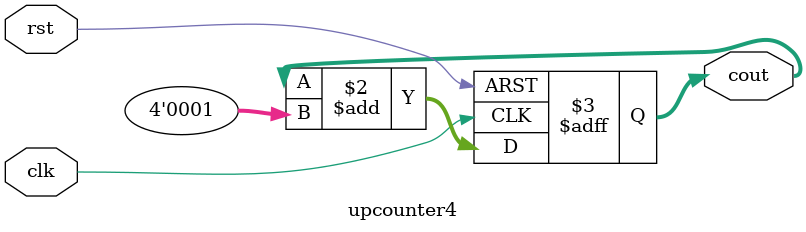
<source format=v>

module upcounter4(cout,clk,rst);
  input clk,rst;
  output [3:0]cout;
  reg [3:0]cout;
  always@(posedge clk or posedge rst)
  begin
    if(rst)
      cout = 4'b0;
  else
    cout = cout+4'b1;
    
  end
endmodule

  //22BEC0754
</source>
